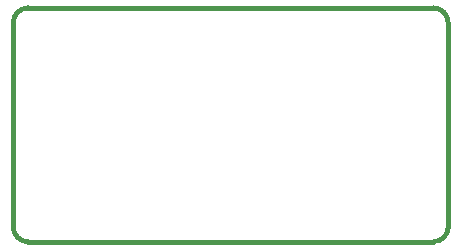
<source format=gm1>
G04 #@! TF.FileFunction,Profile,NP*
%FSLAX46Y46*%
G04 Gerber Fmt 4.6, Leading zero omitted, Abs format (unit mm)*
G04 Created by KiCad (PCBNEW 4.0.0-rc1-stable) date 11/22/2015 9:16:10 AM*
%MOMM*%
G01*
G04 APERTURE LIST*
%ADD10C,0.150000*%
%ADD11C,0.381000*%
G04 APERTURE END LIST*
D10*
D11*
X153416000Y-78740000D02*
X153416000Y-96012000D01*
X116586000Y-78740000D02*
X116586000Y-96012000D01*
X117856000Y-97282000D02*
X152146000Y-97282000D01*
X152146000Y-77470000D02*
X117856000Y-77470000D01*
X116586000Y-96012000D02*
G75*
G03X117856000Y-97282000I1270000J0D01*
G01*
X152146000Y-97282000D02*
G75*
G03X153416000Y-96012000I0J1270000D01*
G01*
X153416000Y-78740000D02*
G75*
G03X152146000Y-77470000I-1270000J0D01*
G01*
X117856000Y-77470000D02*
G75*
G03X116586000Y-78740000I0J-1270000D01*
G01*
M02*

</source>
